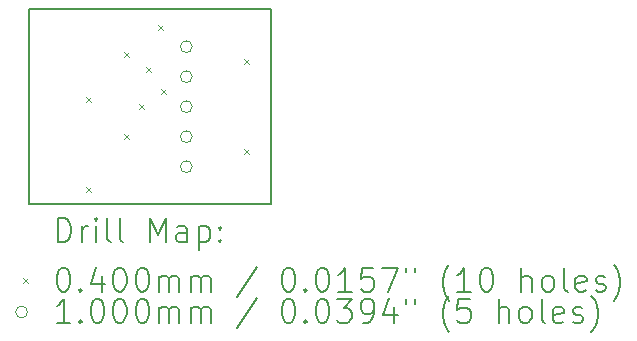
<source format=gbr>
%TF.GenerationSoftware,KiCad,Pcbnew,6.0.11+dfsg-1~bpo11+1*%
%TF.CreationDate,2023-04-15T17:48:56-07:00*%
%TF.ProjectId,J-link_BOB,4a2d6c69-6e6b-45f4-924f-422e6b696361,A0*%
%TF.SameCoordinates,PX79b8e38PY4eb9cf0*%
%TF.FileFunction,Drillmap*%
%TF.FilePolarity,Positive*%
%FSLAX45Y45*%
G04 Gerber Fmt 4.5, Leading zero omitted, Abs format (unit mm)*
G04 Created by KiCad (PCBNEW 6.0.11+dfsg-1~bpo11+1) date 2023-04-15 17:48:56*
%MOMM*%
%LPD*%
G01*
G04 APERTURE LIST*
%ADD10C,0.200000*%
%ADD11C,0.040000*%
%ADD12C,0.100000*%
G04 APERTURE END LIST*
D10*
X0Y0D02*
X2050000Y0D01*
X2050000Y0D02*
X2050000Y-1650000D01*
X2050000Y-1650000D02*
X0Y-1650000D01*
X0Y-1650000D02*
X0Y0D01*
D11*
X488000Y-742000D02*
X528000Y-782000D01*
X528000Y-742000D02*
X488000Y-782000D01*
X488000Y-1504000D02*
X528000Y-1544000D01*
X528000Y-1504000D02*
X488000Y-1544000D01*
X805500Y-361000D02*
X845500Y-401000D01*
X845500Y-361000D02*
X805500Y-401000D01*
X805500Y-1059500D02*
X845500Y-1099500D01*
X845500Y-1059500D02*
X805500Y-1099500D01*
X932500Y-805500D02*
X972500Y-845500D01*
X972500Y-805500D02*
X932500Y-845500D01*
X996000Y-488000D02*
X1036000Y-528000D01*
X1036000Y-488000D02*
X996000Y-528000D01*
X1097600Y-132400D02*
X1137600Y-172400D01*
X1137600Y-132400D02*
X1097600Y-172400D01*
X1123000Y-678500D02*
X1163000Y-718500D01*
X1163000Y-678500D02*
X1123000Y-718500D01*
X1821500Y-424500D02*
X1861500Y-464500D01*
X1861500Y-424500D02*
X1821500Y-464500D01*
X1821500Y-1186500D02*
X1861500Y-1226500D01*
X1861500Y-1186500D02*
X1821500Y-1226500D01*
D12*
X1383500Y-317500D02*
G75*
G03*
X1383500Y-317500I-50000J0D01*
G01*
X1383500Y-571500D02*
G75*
G03*
X1383500Y-571500I-50000J0D01*
G01*
X1383500Y-825500D02*
G75*
G03*
X1383500Y-825500I-50000J0D01*
G01*
X1383500Y-1079500D02*
G75*
G03*
X1383500Y-1079500I-50000J0D01*
G01*
X1383500Y-1333500D02*
G75*
G03*
X1383500Y-1333500I-50000J0D01*
G01*
D10*
X247619Y-1970476D02*
X247619Y-1770476D01*
X295238Y-1770476D01*
X323810Y-1780000D01*
X342857Y-1799048D01*
X352381Y-1818095D01*
X361905Y-1856190D01*
X361905Y-1884762D01*
X352381Y-1922857D01*
X342857Y-1941905D01*
X323810Y-1960952D01*
X295238Y-1970476D01*
X247619Y-1970476D01*
X447619Y-1970476D02*
X447619Y-1837143D01*
X447619Y-1875238D02*
X457143Y-1856190D01*
X466667Y-1846667D01*
X485714Y-1837143D01*
X504762Y-1837143D01*
X571429Y-1970476D02*
X571429Y-1837143D01*
X571429Y-1770476D02*
X561905Y-1780000D01*
X571429Y-1789524D01*
X580952Y-1780000D01*
X571429Y-1770476D01*
X571429Y-1789524D01*
X695238Y-1970476D02*
X676190Y-1960952D01*
X666667Y-1941905D01*
X666667Y-1770476D01*
X800000Y-1970476D02*
X780952Y-1960952D01*
X771428Y-1941905D01*
X771428Y-1770476D01*
X1028571Y-1970476D02*
X1028571Y-1770476D01*
X1095238Y-1913333D01*
X1161905Y-1770476D01*
X1161905Y-1970476D01*
X1342857Y-1970476D02*
X1342857Y-1865714D01*
X1333333Y-1846667D01*
X1314286Y-1837143D01*
X1276190Y-1837143D01*
X1257143Y-1846667D01*
X1342857Y-1960952D02*
X1323810Y-1970476D01*
X1276190Y-1970476D01*
X1257143Y-1960952D01*
X1247619Y-1941905D01*
X1247619Y-1922857D01*
X1257143Y-1903809D01*
X1276190Y-1894286D01*
X1323810Y-1894286D01*
X1342857Y-1884762D01*
X1438095Y-1837143D02*
X1438095Y-2037143D01*
X1438095Y-1846667D02*
X1457143Y-1837143D01*
X1495238Y-1837143D01*
X1514286Y-1846667D01*
X1523809Y-1856190D01*
X1533333Y-1875238D01*
X1533333Y-1932381D01*
X1523809Y-1951428D01*
X1514286Y-1960952D01*
X1495238Y-1970476D01*
X1457143Y-1970476D01*
X1438095Y-1960952D01*
X1619048Y-1951428D02*
X1628571Y-1960952D01*
X1619048Y-1970476D01*
X1609524Y-1960952D01*
X1619048Y-1951428D01*
X1619048Y-1970476D01*
X1619048Y-1846667D02*
X1628571Y-1856190D01*
X1619048Y-1865714D01*
X1609524Y-1856190D01*
X1619048Y-1846667D01*
X1619048Y-1865714D01*
D11*
X-50000Y-2280000D02*
X-10000Y-2320000D01*
X-10000Y-2280000D02*
X-50000Y-2320000D01*
D10*
X285714Y-2190476D02*
X304762Y-2190476D01*
X323810Y-2200000D01*
X333333Y-2209524D01*
X342857Y-2228571D01*
X352381Y-2266667D01*
X352381Y-2314286D01*
X342857Y-2352381D01*
X333333Y-2371429D01*
X323810Y-2380952D01*
X304762Y-2390476D01*
X285714Y-2390476D01*
X266667Y-2380952D01*
X257143Y-2371429D01*
X247619Y-2352381D01*
X238095Y-2314286D01*
X238095Y-2266667D01*
X247619Y-2228571D01*
X257143Y-2209524D01*
X266667Y-2200000D01*
X285714Y-2190476D01*
X438095Y-2371429D02*
X447619Y-2380952D01*
X438095Y-2390476D01*
X428571Y-2380952D01*
X438095Y-2371429D01*
X438095Y-2390476D01*
X619048Y-2257143D02*
X619048Y-2390476D01*
X571429Y-2180952D02*
X523809Y-2323810D01*
X647619Y-2323810D01*
X761905Y-2190476D02*
X780952Y-2190476D01*
X800000Y-2200000D01*
X809524Y-2209524D01*
X819048Y-2228571D01*
X828571Y-2266667D01*
X828571Y-2314286D01*
X819048Y-2352381D01*
X809524Y-2371429D01*
X800000Y-2380952D01*
X780952Y-2390476D01*
X761905Y-2390476D01*
X742857Y-2380952D01*
X733333Y-2371429D01*
X723809Y-2352381D01*
X714286Y-2314286D01*
X714286Y-2266667D01*
X723809Y-2228571D01*
X733333Y-2209524D01*
X742857Y-2200000D01*
X761905Y-2190476D01*
X952381Y-2190476D02*
X971428Y-2190476D01*
X990476Y-2200000D01*
X1000000Y-2209524D01*
X1009524Y-2228571D01*
X1019048Y-2266667D01*
X1019048Y-2314286D01*
X1009524Y-2352381D01*
X1000000Y-2371429D01*
X990476Y-2380952D01*
X971428Y-2390476D01*
X952381Y-2390476D01*
X933333Y-2380952D01*
X923809Y-2371429D01*
X914286Y-2352381D01*
X904762Y-2314286D01*
X904762Y-2266667D01*
X914286Y-2228571D01*
X923809Y-2209524D01*
X933333Y-2200000D01*
X952381Y-2190476D01*
X1104762Y-2390476D02*
X1104762Y-2257143D01*
X1104762Y-2276190D02*
X1114286Y-2266667D01*
X1133333Y-2257143D01*
X1161905Y-2257143D01*
X1180952Y-2266667D01*
X1190476Y-2285714D01*
X1190476Y-2390476D01*
X1190476Y-2285714D02*
X1200000Y-2266667D01*
X1219048Y-2257143D01*
X1247619Y-2257143D01*
X1266667Y-2266667D01*
X1276190Y-2285714D01*
X1276190Y-2390476D01*
X1371429Y-2390476D02*
X1371429Y-2257143D01*
X1371429Y-2276190D02*
X1380952Y-2266667D01*
X1400000Y-2257143D01*
X1428571Y-2257143D01*
X1447619Y-2266667D01*
X1457143Y-2285714D01*
X1457143Y-2390476D01*
X1457143Y-2285714D02*
X1466667Y-2266667D01*
X1485714Y-2257143D01*
X1514286Y-2257143D01*
X1533333Y-2266667D01*
X1542857Y-2285714D01*
X1542857Y-2390476D01*
X1933333Y-2180952D02*
X1761905Y-2438095D01*
X2190476Y-2190476D02*
X2209524Y-2190476D01*
X2228571Y-2200000D01*
X2238095Y-2209524D01*
X2247619Y-2228571D01*
X2257143Y-2266667D01*
X2257143Y-2314286D01*
X2247619Y-2352381D01*
X2238095Y-2371429D01*
X2228571Y-2380952D01*
X2209524Y-2390476D01*
X2190476Y-2390476D01*
X2171429Y-2380952D01*
X2161905Y-2371429D01*
X2152381Y-2352381D01*
X2142857Y-2314286D01*
X2142857Y-2266667D01*
X2152381Y-2228571D01*
X2161905Y-2209524D01*
X2171429Y-2200000D01*
X2190476Y-2190476D01*
X2342857Y-2371429D02*
X2352381Y-2380952D01*
X2342857Y-2390476D01*
X2333333Y-2380952D01*
X2342857Y-2371429D01*
X2342857Y-2390476D01*
X2476190Y-2190476D02*
X2495238Y-2190476D01*
X2514286Y-2200000D01*
X2523810Y-2209524D01*
X2533333Y-2228571D01*
X2542857Y-2266667D01*
X2542857Y-2314286D01*
X2533333Y-2352381D01*
X2523810Y-2371429D01*
X2514286Y-2380952D01*
X2495238Y-2390476D01*
X2476190Y-2390476D01*
X2457143Y-2380952D01*
X2447619Y-2371429D01*
X2438095Y-2352381D01*
X2428571Y-2314286D01*
X2428571Y-2266667D01*
X2438095Y-2228571D01*
X2447619Y-2209524D01*
X2457143Y-2200000D01*
X2476190Y-2190476D01*
X2733333Y-2390476D02*
X2619048Y-2390476D01*
X2676190Y-2390476D02*
X2676190Y-2190476D01*
X2657143Y-2219048D01*
X2638095Y-2238095D01*
X2619048Y-2247619D01*
X2914286Y-2190476D02*
X2819048Y-2190476D01*
X2809524Y-2285714D01*
X2819048Y-2276190D01*
X2838095Y-2266667D01*
X2885714Y-2266667D01*
X2904762Y-2276190D01*
X2914286Y-2285714D01*
X2923809Y-2304762D01*
X2923809Y-2352381D01*
X2914286Y-2371429D01*
X2904762Y-2380952D01*
X2885714Y-2390476D01*
X2838095Y-2390476D01*
X2819048Y-2380952D01*
X2809524Y-2371429D01*
X2990476Y-2190476D02*
X3123809Y-2190476D01*
X3038095Y-2390476D01*
X3190476Y-2190476D02*
X3190476Y-2228571D01*
X3266667Y-2190476D02*
X3266667Y-2228571D01*
X3561905Y-2466667D02*
X3552381Y-2457143D01*
X3533333Y-2428571D01*
X3523809Y-2409524D01*
X3514286Y-2380952D01*
X3504762Y-2333333D01*
X3504762Y-2295238D01*
X3514286Y-2247619D01*
X3523809Y-2219048D01*
X3533333Y-2200000D01*
X3552381Y-2171429D01*
X3561905Y-2161905D01*
X3742857Y-2390476D02*
X3628571Y-2390476D01*
X3685714Y-2390476D02*
X3685714Y-2190476D01*
X3666667Y-2219048D01*
X3647619Y-2238095D01*
X3628571Y-2247619D01*
X3866667Y-2190476D02*
X3885714Y-2190476D01*
X3904762Y-2200000D01*
X3914286Y-2209524D01*
X3923809Y-2228571D01*
X3933333Y-2266667D01*
X3933333Y-2314286D01*
X3923809Y-2352381D01*
X3914286Y-2371429D01*
X3904762Y-2380952D01*
X3885714Y-2390476D01*
X3866667Y-2390476D01*
X3847619Y-2380952D01*
X3838095Y-2371429D01*
X3828571Y-2352381D01*
X3819048Y-2314286D01*
X3819048Y-2266667D01*
X3828571Y-2228571D01*
X3838095Y-2209524D01*
X3847619Y-2200000D01*
X3866667Y-2190476D01*
X4171428Y-2390476D02*
X4171428Y-2190476D01*
X4257143Y-2390476D02*
X4257143Y-2285714D01*
X4247619Y-2266667D01*
X4228571Y-2257143D01*
X4200000Y-2257143D01*
X4180952Y-2266667D01*
X4171428Y-2276190D01*
X4380952Y-2390476D02*
X4361905Y-2380952D01*
X4352381Y-2371429D01*
X4342857Y-2352381D01*
X4342857Y-2295238D01*
X4352381Y-2276190D01*
X4361905Y-2266667D01*
X4380952Y-2257143D01*
X4409524Y-2257143D01*
X4428571Y-2266667D01*
X4438095Y-2276190D01*
X4447619Y-2295238D01*
X4447619Y-2352381D01*
X4438095Y-2371429D01*
X4428571Y-2380952D01*
X4409524Y-2390476D01*
X4380952Y-2390476D01*
X4561905Y-2390476D02*
X4542857Y-2380952D01*
X4533333Y-2361905D01*
X4533333Y-2190476D01*
X4714286Y-2380952D02*
X4695238Y-2390476D01*
X4657143Y-2390476D01*
X4638095Y-2380952D01*
X4628571Y-2361905D01*
X4628571Y-2285714D01*
X4638095Y-2266667D01*
X4657143Y-2257143D01*
X4695238Y-2257143D01*
X4714286Y-2266667D01*
X4723810Y-2285714D01*
X4723810Y-2304762D01*
X4628571Y-2323810D01*
X4800000Y-2380952D02*
X4819048Y-2390476D01*
X4857143Y-2390476D01*
X4876190Y-2380952D01*
X4885714Y-2361905D01*
X4885714Y-2352381D01*
X4876190Y-2333333D01*
X4857143Y-2323810D01*
X4828571Y-2323810D01*
X4809524Y-2314286D01*
X4800000Y-2295238D01*
X4800000Y-2285714D01*
X4809524Y-2266667D01*
X4828571Y-2257143D01*
X4857143Y-2257143D01*
X4876190Y-2266667D01*
X4952381Y-2466667D02*
X4961905Y-2457143D01*
X4980952Y-2428571D01*
X4990476Y-2409524D01*
X5000000Y-2380952D01*
X5009524Y-2333333D01*
X5009524Y-2295238D01*
X5000000Y-2247619D01*
X4990476Y-2219048D01*
X4980952Y-2200000D01*
X4961905Y-2171429D01*
X4952381Y-2161905D01*
D12*
X-10000Y-2564000D02*
G75*
G03*
X-10000Y-2564000I-50000J0D01*
G01*
D10*
X352381Y-2654476D02*
X238095Y-2654476D01*
X295238Y-2654476D02*
X295238Y-2454476D01*
X276190Y-2483048D01*
X257143Y-2502095D01*
X238095Y-2511619D01*
X438095Y-2635429D02*
X447619Y-2644952D01*
X438095Y-2654476D01*
X428571Y-2644952D01*
X438095Y-2635429D01*
X438095Y-2654476D01*
X571429Y-2454476D02*
X590476Y-2454476D01*
X609524Y-2464000D01*
X619048Y-2473524D01*
X628571Y-2492571D01*
X638095Y-2530667D01*
X638095Y-2578286D01*
X628571Y-2616381D01*
X619048Y-2635429D01*
X609524Y-2644952D01*
X590476Y-2654476D01*
X571429Y-2654476D01*
X552381Y-2644952D01*
X542857Y-2635429D01*
X533333Y-2616381D01*
X523809Y-2578286D01*
X523809Y-2530667D01*
X533333Y-2492571D01*
X542857Y-2473524D01*
X552381Y-2464000D01*
X571429Y-2454476D01*
X761905Y-2454476D02*
X780952Y-2454476D01*
X800000Y-2464000D01*
X809524Y-2473524D01*
X819048Y-2492571D01*
X828571Y-2530667D01*
X828571Y-2578286D01*
X819048Y-2616381D01*
X809524Y-2635429D01*
X800000Y-2644952D01*
X780952Y-2654476D01*
X761905Y-2654476D01*
X742857Y-2644952D01*
X733333Y-2635429D01*
X723809Y-2616381D01*
X714286Y-2578286D01*
X714286Y-2530667D01*
X723809Y-2492571D01*
X733333Y-2473524D01*
X742857Y-2464000D01*
X761905Y-2454476D01*
X952381Y-2454476D02*
X971428Y-2454476D01*
X990476Y-2464000D01*
X1000000Y-2473524D01*
X1009524Y-2492571D01*
X1019048Y-2530667D01*
X1019048Y-2578286D01*
X1009524Y-2616381D01*
X1000000Y-2635429D01*
X990476Y-2644952D01*
X971428Y-2654476D01*
X952381Y-2654476D01*
X933333Y-2644952D01*
X923809Y-2635429D01*
X914286Y-2616381D01*
X904762Y-2578286D01*
X904762Y-2530667D01*
X914286Y-2492571D01*
X923809Y-2473524D01*
X933333Y-2464000D01*
X952381Y-2454476D01*
X1104762Y-2654476D02*
X1104762Y-2521143D01*
X1104762Y-2540190D02*
X1114286Y-2530667D01*
X1133333Y-2521143D01*
X1161905Y-2521143D01*
X1180952Y-2530667D01*
X1190476Y-2549714D01*
X1190476Y-2654476D01*
X1190476Y-2549714D02*
X1200000Y-2530667D01*
X1219048Y-2521143D01*
X1247619Y-2521143D01*
X1266667Y-2530667D01*
X1276190Y-2549714D01*
X1276190Y-2654476D01*
X1371429Y-2654476D02*
X1371429Y-2521143D01*
X1371429Y-2540190D02*
X1380952Y-2530667D01*
X1400000Y-2521143D01*
X1428571Y-2521143D01*
X1447619Y-2530667D01*
X1457143Y-2549714D01*
X1457143Y-2654476D01*
X1457143Y-2549714D02*
X1466667Y-2530667D01*
X1485714Y-2521143D01*
X1514286Y-2521143D01*
X1533333Y-2530667D01*
X1542857Y-2549714D01*
X1542857Y-2654476D01*
X1933333Y-2444952D02*
X1761905Y-2702095D01*
X2190476Y-2454476D02*
X2209524Y-2454476D01*
X2228571Y-2464000D01*
X2238095Y-2473524D01*
X2247619Y-2492571D01*
X2257143Y-2530667D01*
X2257143Y-2578286D01*
X2247619Y-2616381D01*
X2238095Y-2635429D01*
X2228571Y-2644952D01*
X2209524Y-2654476D01*
X2190476Y-2654476D01*
X2171429Y-2644952D01*
X2161905Y-2635429D01*
X2152381Y-2616381D01*
X2142857Y-2578286D01*
X2142857Y-2530667D01*
X2152381Y-2492571D01*
X2161905Y-2473524D01*
X2171429Y-2464000D01*
X2190476Y-2454476D01*
X2342857Y-2635429D02*
X2352381Y-2644952D01*
X2342857Y-2654476D01*
X2333333Y-2644952D01*
X2342857Y-2635429D01*
X2342857Y-2654476D01*
X2476190Y-2454476D02*
X2495238Y-2454476D01*
X2514286Y-2464000D01*
X2523810Y-2473524D01*
X2533333Y-2492571D01*
X2542857Y-2530667D01*
X2542857Y-2578286D01*
X2533333Y-2616381D01*
X2523810Y-2635429D01*
X2514286Y-2644952D01*
X2495238Y-2654476D01*
X2476190Y-2654476D01*
X2457143Y-2644952D01*
X2447619Y-2635429D01*
X2438095Y-2616381D01*
X2428571Y-2578286D01*
X2428571Y-2530667D01*
X2438095Y-2492571D01*
X2447619Y-2473524D01*
X2457143Y-2464000D01*
X2476190Y-2454476D01*
X2609524Y-2454476D02*
X2733333Y-2454476D01*
X2666667Y-2530667D01*
X2695238Y-2530667D01*
X2714286Y-2540190D01*
X2723810Y-2549714D01*
X2733333Y-2568762D01*
X2733333Y-2616381D01*
X2723810Y-2635429D01*
X2714286Y-2644952D01*
X2695238Y-2654476D01*
X2638095Y-2654476D01*
X2619048Y-2644952D01*
X2609524Y-2635429D01*
X2828571Y-2654476D02*
X2866667Y-2654476D01*
X2885714Y-2644952D01*
X2895238Y-2635429D01*
X2914286Y-2606857D01*
X2923809Y-2568762D01*
X2923809Y-2492571D01*
X2914286Y-2473524D01*
X2904762Y-2464000D01*
X2885714Y-2454476D01*
X2847619Y-2454476D01*
X2828571Y-2464000D01*
X2819048Y-2473524D01*
X2809524Y-2492571D01*
X2809524Y-2540190D01*
X2819048Y-2559238D01*
X2828571Y-2568762D01*
X2847619Y-2578286D01*
X2885714Y-2578286D01*
X2904762Y-2568762D01*
X2914286Y-2559238D01*
X2923809Y-2540190D01*
X3095238Y-2521143D02*
X3095238Y-2654476D01*
X3047619Y-2444952D02*
X3000000Y-2587810D01*
X3123809Y-2587810D01*
X3190476Y-2454476D02*
X3190476Y-2492571D01*
X3266667Y-2454476D02*
X3266667Y-2492571D01*
X3561905Y-2730667D02*
X3552381Y-2721143D01*
X3533333Y-2692571D01*
X3523809Y-2673524D01*
X3514286Y-2644952D01*
X3504762Y-2597333D01*
X3504762Y-2559238D01*
X3514286Y-2511619D01*
X3523809Y-2483048D01*
X3533333Y-2464000D01*
X3552381Y-2435429D01*
X3561905Y-2425905D01*
X3733333Y-2454476D02*
X3638095Y-2454476D01*
X3628571Y-2549714D01*
X3638095Y-2540190D01*
X3657143Y-2530667D01*
X3704762Y-2530667D01*
X3723809Y-2540190D01*
X3733333Y-2549714D01*
X3742857Y-2568762D01*
X3742857Y-2616381D01*
X3733333Y-2635429D01*
X3723809Y-2644952D01*
X3704762Y-2654476D01*
X3657143Y-2654476D01*
X3638095Y-2644952D01*
X3628571Y-2635429D01*
X3980952Y-2654476D02*
X3980952Y-2454476D01*
X4066667Y-2654476D02*
X4066667Y-2549714D01*
X4057143Y-2530667D01*
X4038095Y-2521143D01*
X4009524Y-2521143D01*
X3990476Y-2530667D01*
X3980952Y-2540190D01*
X4190476Y-2654476D02*
X4171428Y-2644952D01*
X4161905Y-2635429D01*
X4152381Y-2616381D01*
X4152381Y-2559238D01*
X4161905Y-2540190D01*
X4171428Y-2530667D01*
X4190476Y-2521143D01*
X4219048Y-2521143D01*
X4238095Y-2530667D01*
X4247619Y-2540190D01*
X4257143Y-2559238D01*
X4257143Y-2616381D01*
X4247619Y-2635429D01*
X4238095Y-2644952D01*
X4219048Y-2654476D01*
X4190476Y-2654476D01*
X4371429Y-2654476D02*
X4352381Y-2644952D01*
X4342857Y-2625905D01*
X4342857Y-2454476D01*
X4523810Y-2644952D02*
X4504762Y-2654476D01*
X4466667Y-2654476D01*
X4447619Y-2644952D01*
X4438095Y-2625905D01*
X4438095Y-2549714D01*
X4447619Y-2530667D01*
X4466667Y-2521143D01*
X4504762Y-2521143D01*
X4523810Y-2530667D01*
X4533333Y-2549714D01*
X4533333Y-2568762D01*
X4438095Y-2587810D01*
X4609524Y-2644952D02*
X4628571Y-2654476D01*
X4666667Y-2654476D01*
X4685714Y-2644952D01*
X4695238Y-2625905D01*
X4695238Y-2616381D01*
X4685714Y-2597333D01*
X4666667Y-2587810D01*
X4638095Y-2587810D01*
X4619048Y-2578286D01*
X4609524Y-2559238D01*
X4609524Y-2549714D01*
X4619048Y-2530667D01*
X4638095Y-2521143D01*
X4666667Y-2521143D01*
X4685714Y-2530667D01*
X4761905Y-2730667D02*
X4771429Y-2721143D01*
X4790476Y-2692571D01*
X4800000Y-2673524D01*
X4809524Y-2644952D01*
X4819048Y-2597333D01*
X4819048Y-2559238D01*
X4809524Y-2511619D01*
X4800000Y-2483048D01*
X4790476Y-2464000D01*
X4771429Y-2435429D01*
X4761905Y-2425905D01*
M02*

</source>
